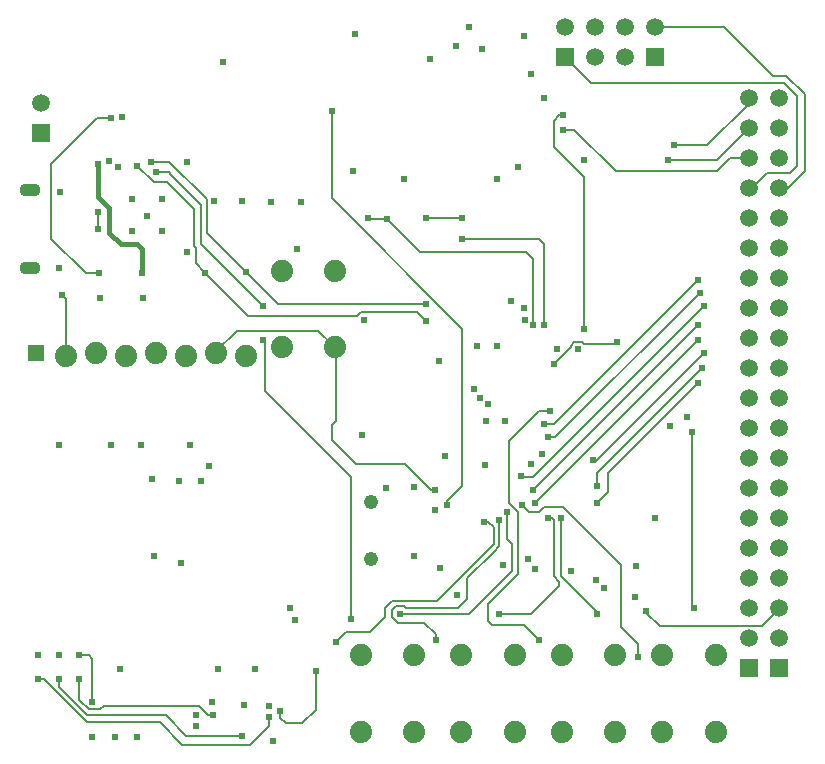
<source format=gbr>
%TF.GenerationSoftware,Novarm,DipTrace,3.2.0.1*%
%TF.CreationDate,2018-09-21T15:33:14-08:00*%
%FSLAX26Y26*%
%MOIN*%
%TF.FileFunction,Copper,L2,Inr*%
%TF.Part,Single*%
%AMOUTLINE1*
4,1,4,
0.026163,0.026163,
0.026205,-0.026121,
-0.026121,-0.026205,
-0.026163,0.026163,
0.026163,0.026163,
0*%
%TA.AperFunction,Conductor*%
%ADD15C,0.007*%
%ADD16C,0.006*%
%ADD17C,0.015748*%
%TA.AperFunction,ComponentPad*%
%ADD33R,0.059055X0.059055*%
%ADD34C,0.059055*%
%ADD38O,0.070866X0.043307*%
%ADD45C,0.074*%
%ADD62R,0.05937X0.05937*%
%ADD63C,0.05937*%
%ADD67C,0.048*%
%TA.AperFunction,ViaPad*%
%ADD68C,0.024*%
%TA.AperFunction,ComponentPad*%
%ADD147OUTLINE1*%
G75*
G01*
%LPD*%
X1281108Y543948D2*
D15*
Y522075D1*
X1299856Y503327D1*
X1356100D1*
X1399845Y547072D1*
Y678309D1*
X2174950Y1456201D2*
D16*
X2199610D1*
X2680961Y1937551D1*
X2162452Y1499952D2*
X2193366D1*
X2674711Y1981297D1*
X2502855Y878288D2*
D15*
Y872047D1*
X2548201Y826701D1*
X2886452D1*
X2947201Y887450D1*
X2943701D1*
X2337247Y1293869D2*
D16*
Y1337614D1*
X2687210Y1687578D1*
X2337247Y1237625D2*
X2374743Y1275121D1*
Y1337614D1*
X2674711Y1637583D1*
X674921Y2149952D2*
D15*
Y2206273D1*
X2224759Y2481244D2*
D16*
X2262255D1*
X2399740Y2343759D1*
X2737205D1*
X2780897Y2387450D1*
X2843701D1*
Y2487450D2*
X2843400D1*
X2737205Y2381255D1*
X2574722D1*
X656173Y575194D2*
Y718929D1*
X643675Y731428D1*
X612428D1*
X1156121Y462706D2*
X968641D1*
X899898Y531449D1*
X637425D1*
X543685Y625189D1*
Y650187D1*
X1243612Y525200D2*
Y493953D1*
X1181118Y431460D1*
X956142D1*
X881150Y506452D1*
X637425D1*
X493691Y650187D1*
X474942D1*
X1057432Y532605D2*
X1042477D1*
X1012386Y562696D1*
X693670D1*
X681171Y550197D1*
X643675D1*
X612428Y581444D1*
Y650187D1*
X2162265Y1831313D2*
Y2100137D1*
X2143701Y2118701D1*
X1887453D1*
X806201Y2362452D2*
X862452Y2306201D1*
X906201D1*
X993701Y2218701D1*
Y2093701D1*
X999950Y2087452D1*
Y2037453D1*
X1031777Y2005626D1*
X1174952Y1862452D1*
X1537450D1*
X1549950Y1874952D1*
X1737450D1*
X1768701Y1843701D1*
X849903Y2375005D2*
X912397D1*
X1037383Y2250019D1*
Y2137519D1*
X1174950Y1999952D1*
X1168620Y2006282D1*
X1174950Y1999952D2*
X1274847Y1900055D1*
X1768557D1*
X2131019Y1237625D2*
X2674711Y1781318D1*
X2324748Y1381360D2*
X2330998Y1375110D1*
X2693460Y1737572D1*
X868701Y2340576D2*
D15*
X915579D1*
D16*
Y2334323D1*
X1018701Y2231201D1*
Y2099950D1*
X1224864Y1893788D1*
Y1781318D2*
X1231201D1*
Y1612498D1*
D15*
X1518583Y1325116D1*
Y850166D1*
X2943701Y2287450D2*
D16*
X2974616D1*
X3030924Y2343759D1*
Y2599982D1*
X2968431Y2662475D1*
X2924685D1*
X2762202Y2824958D1*
X2530987D1*
X2530977Y2824969D1*
X2193512Y1700076D2*
X2249756Y1756320D1*
Y1762570D1*
X2262255Y1775068D1*
X2287252D1*
X2293502Y1768819D1*
X2399740D1*
X2405990Y1775068D1*
X2843701Y2587450D2*
Y2568992D1*
X2705958Y2431250D1*
X2593470D1*
X2084149Y1328240D2*
X2087437Y1324952D1*
X2124952D1*
X2693806Y1893806D1*
X2124769Y1281370D2*
X2674711Y1831313D1*
X1962286Y1175131D2*
X1974785D1*
X1993533Y1156383D1*
Y1100139D1*
X1806053Y912659D1*
X1656068D1*
X1631071Y887662D1*
Y856415D1*
X1581076Y806420D1*
X1499835D1*
X1468588Y775173D1*
X1799803Y781423D2*
Y800171D1*
X1762307Y837667D1*
X1674816D1*
X1656068Y856415D1*
Y881412D1*
X1668567Y893911D1*
X1693565D1*
X1699814Y887662D1*
X1874795D1*
X1906042Y918908D1*
Y987651D1*
X1993533Y1075142D1*
Y1075752D1*
X2012281Y1094500D1*
Y1181381D1*
X2181013Y1543843D2*
X2143517D1*
X2043528Y1443853D1*
Y1237625D1*
X2074774Y1206378D1*
Y1000150D1*
X1974785Y900160D1*
Y843916D1*
X1987284Y831418D1*
X2093523D1*
X2143517Y781423D1*
X2087273Y1231376D2*
X2112271Y1206378D1*
X2143517D1*
X2162265Y1225126D1*
X2224759D1*
X2418488Y1031397D1*
Y825168D1*
X2474732Y768924D1*
Y725420D1*
X568701Y1727450D2*
Y1918785D1*
X556184Y1931302D1*
X2843701Y2287450D2*
X2855878D1*
X2905937Y2337509D1*
X2980929D1*
X3005927Y2362507D1*
Y2593732D1*
X2962181Y2637478D1*
X2318467D1*
X2230977Y2724969D1*
X1837299Y1231376D2*
D15*
Y1243874D1*
X1887294Y1293869D1*
Y1818814D1*
X1453076Y2253032D1*
Y2543701D1*
X676013Y2368756D2*
D17*
Y2258301D1*
X712418Y2221897D1*
Y2137530D1*
X749914Y2100034D1*
X806158D1*
X821781Y2084411D1*
Y2003170D1*
X678046D2*
D16*
X634301D1*
X518688Y2118782D1*
Y2368756D1*
X671797Y2521865D1*
X718667D1*
X2293502Y1818814D2*
Y2325011D1*
X2193512Y2425000D1*
Y2512491D1*
X2212260Y2531239D1*
X2224759D1*
X1681066Y868914D2*
X1912292D1*
X2056026Y1012649D1*
Y1100139D1*
X2037278Y1118887D1*
Y1206378D1*
X2012450Y868914D2*
X2118520D1*
X2212260Y962654D1*
Y975152D1*
X2193512Y993900D1*
Y1181381D1*
X2187263Y1187630D1*
X2174764D1*
X2218509D2*
Y993900D1*
X2337247Y875163D1*
Y868914D1*
X2655963Y1475100D2*
Y893911D1*
X2662213Y887662D1*
X1068701Y1737450D2*
D15*
Y1743701D1*
X1137450Y1812450D1*
X1409201D1*
X1465450Y1756201D1*
X1796824Y1281201D2*
X1784349D1*
X1696689Y1368861D1*
X1534206D1*
X1456089Y1446978D1*
Y1496973D1*
X1468701Y1509584D1*
Y1752950D1*
X1465450Y1756201D1*
X1637450Y2185630D2*
X1576781D1*
X1574960Y2187452D1*
X2124769Y1831313D2*
D16*
Y2050133D1*
X2099865Y2075037D1*
X1748044D1*
X1637450Y2185630D1*
X1889274Y2187452D2*
D15*
X1768710D1*
D68*
X1281108Y543948D3*
X1399845Y678309D3*
X2174950Y1456201D3*
X2680961Y1937551D3*
X2162452Y1499952D3*
X2674711Y1981297D3*
X2502855Y878288D3*
X2337247Y1293869D3*
X2687210Y1687578D3*
X2337247Y1237625D3*
X2674711Y1637583D3*
X970858Y2375912D3*
X971765Y2075037D3*
X712452Y2378164D3*
X674921Y2149952D3*
Y2206273D3*
X740540Y2356257D3*
X1562452Y1846936D3*
X548502Y2275936D3*
X837404Y2193774D3*
X1252987Y2240645D3*
X1352978D3*
X756299Y2524949D3*
X1091242Y2709324D3*
X1196826Y684326D3*
X1074879D3*
X1257591Y445436D3*
X1196826Y684326D3*
X1257591Y445436D3*
X1796824Y1214272D3*
X1728075Y1059658D3*
X1315576Y887450D3*
X1257591Y445436D3*
X681171Y1921928D3*
X1315576Y887450D3*
X824906Y1921928D3*
X1331299Y846844D3*
X1196826Y684326D3*
X749696D3*
X1331299Y846844D3*
X1002314Y492840D3*
X787683Y2250181D3*
X887452Y2249950D3*
X887310Y2143841D3*
X548502Y2275936D3*
X545377Y2020030D3*
X787683Y2143780D3*
X1831050Y1393858D3*
X1728075Y1290883D3*
X1796824Y1214272D3*
X1062452Y2243701D3*
X1156201D3*
X1062452D3*
X1156201D3*
X1252987Y2240645D3*
X819292Y1431201D3*
X718701D3*
X731071Y456457D3*
X1002314Y492840D3*
X1531082Y2799961D3*
X1091242Y2709324D3*
X1912292Y2824958D3*
X2093523Y2793711D3*
X2162265Y2587483D3*
X1524832Y2343759D3*
X1693565Y2318761D3*
X2003772Y2318550D3*
X2074774Y2356257D3*
X2003772Y2318550D3*
X2293502Y2381255D3*
X2023294Y1029911D3*
X2530977Y1187630D3*
X2023294Y1029911D3*
X1939103Y1762570D3*
X1812302Y1712575D3*
X2274753Y1750071D3*
X1939103Y1762570D3*
X2637215Y1525095D3*
X2274753Y1750071D3*
X981201Y1431201D3*
X819292D3*
X543701D3*
X1956201Y2749950D3*
X2097213Y1847213D3*
X2224759Y2481244D3*
X2156201Y1399952D3*
X1043701Y1362452D3*
X2574722Y2381255D3*
X1781201Y2718701D3*
X2093701Y1887452D3*
X656173Y575194D3*
X612428Y731428D3*
X1156121Y462706D3*
X543685Y650187D3*
X1243612Y525200D3*
X474942Y650187D3*
X1057432Y532605D3*
X612428Y650187D3*
X949950Y1037452D3*
X474952Y731201D3*
X943701Y1312452D3*
X2131019Y1018898D3*
X2162265Y1831313D3*
X1887453Y2118701D3*
X806201Y2362452D3*
X1031777Y2005626D3*
X1768701Y1843701D3*
X849903Y2375005D3*
X1168620Y2006282D3*
X1768557Y1900055D3*
X2131019Y1237625D3*
X2674711Y1781318D3*
X2324748Y1381360D3*
X2693460Y1737572D3*
X1634196Y1287620D3*
X1556079Y1465726D3*
X868701Y2340576D3*
X1224864Y1893788D3*
Y1781318D3*
X1518583Y850166D3*
X2465576Y924952D3*
X2193512Y1700076D3*
X2405990Y1775068D3*
X1018701Y1312450D3*
X2118701Y1368701D3*
X2593470Y2431250D3*
X1868546Y2762465D3*
X2050197Y1912452D3*
X2084149Y1328240D3*
X2693806Y1893806D3*
X2362450Y953076D3*
X1243612Y562696D3*
X2362450Y953076D3*
X1871826Y931201D3*
X806158Y456457D3*
X1002314Y532604D3*
X1243612Y562696D3*
X2124769Y1281370D3*
X2674711Y1831313D3*
X2334326Y981201D3*
X1160723Y564173D3*
X1815427Y1022534D3*
X2334326Y981201D3*
X1056131Y575194D3*
X1160723Y564173D3*
X656173Y456457D3*
X1056131Y575194D3*
X1962286Y1175131D3*
X1468588Y775173D3*
X1799803Y781423D3*
X2012281Y1181381D3*
X2181013Y1543843D3*
X2143517Y781423D3*
X2087273Y1231376D3*
X2474732Y725420D3*
X2031029Y1512596D3*
X556184Y1931302D3*
X1946826Y1587452D3*
X1928076Y1618701D3*
X1974950Y1568700D3*
X1968847Y1512596D3*
X1837299Y1231376D3*
X1453076Y2543701D3*
X2468483Y1027147D3*
X2249756Y1012649D3*
X2580971Y1493848D3*
X2468483Y1027147D3*
X2006032Y1762570D3*
X2206011Y1750071D3*
X676013Y2368756D3*
X821781Y2003170D3*
X678046D3*
X718667Y2521865D3*
X2293502Y1818814D3*
X2224759Y2531239D3*
D3*
X1681066Y868914D3*
X2037278Y1206378D3*
X2012450Y868914D3*
X2174764Y1187630D3*
X2218509D3*
X2337247Y868914D3*
X2655963Y1475100D3*
X2662213Y887662D3*
X862450Y1062452D3*
X543701Y731201D3*
X856201Y1318701D3*
X2109252Y1050145D3*
X1796824Y1281201D3*
X1965551Y1365600D3*
X1337352Y2084411D3*
X1637450Y2185630D3*
X1574960Y2187452D3*
X2124769Y1831313D3*
X1637450Y2185630D3*
X1889274Y2187452D3*
X1768710D3*
X2118520Y2668725D3*
X1889274Y2187452D3*
D33*
X484316Y2471870D3*
D34*
Y2571870D3*
D38*
X448999Y2279873D3*
Y2020030D3*
D147*
X468701Y1737450D3*
D45*
X568701Y1727450D3*
X668701Y1737450D3*
X768701Y1727450D3*
X868701Y1737450D3*
X968701Y1727450D3*
X1068701Y1737450D3*
X1168701Y1727450D3*
D33*
X2843701Y687450D3*
D34*
Y787450D3*
Y887450D3*
Y987450D3*
Y1087450D3*
Y1187450D3*
Y1287450D3*
Y1387450D3*
Y1487450D3*
Y1587450D3*
Y1687450D3*
Y1787450D3*
Y1887450D3*
Y1987450D3*
Y2087450D3*
Y2187450D3*
Y2287450D3*
Y2387450D3*
Y2487450D3*
Y2587450D3*
D33*
X2943701Y687450D3*
D34*
Y787450D3*
Y887450D3*
Y987450D3*
Y1087450D3*
Y1187450D3*
Y1287450D3*
Y1387450D3*
Y1487450D3*
Y1587450D3*
Y1687450D3*
Y1787450D3*
Y1887450D3*
Y1987450D3*
Y2087450D3*
Y2187450D3*
Y2287450D3*
Y2387450D3*
Y2487450D3*
Y2587450D3*
D45*
X1287450Y1756201D3*
Y2012201D3*
X1465450Y1756201D3*
Y2012201D3*
X1549950Y474950D3*
Y730950D3*
X1727950Y474950D3*
Y730950D3*
X1885368Y474950D3*
Y730950D3*
X2063368Y474950D3*
Y730950D3*
X2220784Y474950D3*
Y730950D3*
X2398784Y474950D3*
Y730950D3*
X2556201Y474950D3*
Y730950D3*
X2734201Y474950D3*
Y730950D3*
D62*
X2530977Y2724969D3*
D63*
Y2824969D3*
X2430977Y2724969D3*
Y2824969D3*
X2330977Y2724969D3*
Y2824969D3*
D62*
X2230977Y2724969D3*
D63*
Y2824969D3*
D67*
X1584326Y1049954D3*
Y1239954D3*
M02*

</source>
